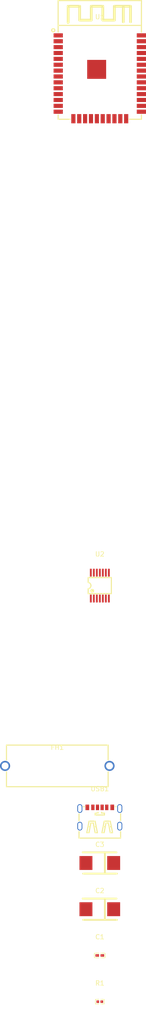
<source format=kicad_pcb>
(kicad_pcb (version 20241229) (generator "pcbnew") (generator_version "9.0")
  (layers (0 "F.Cu" signal) (2 "B.Cu" signal) (13 "F.Paste" user) (15 "B.Paste" user) (5 "F.SilkS" user "F.Silkscreen") (7 "B.SilkS" user "B.Silkscreen") (1 "F.Mask" user) (3 "B.Mask" user) (25 "Edge.Cuts" user))
  (net 0 "")
  (net 1 "IO23")
  (net 2 "IO21")
  (net 3 "SCS_CMD")
  (net 4 "IO32")
  (net 5 "IO27")
  (net 6 "IO12")
  (net 7 "IO22")
  (net 8 "IO19")
  (net 9 "RXD0")
  (net 10 "SDI_SD1")
  (net 11 "SHD_SD2")
  (net 12 "EN")
  (net 13 "TXD0")
  (net 14 "IO0")
  (net 15 "P4Y")
  (net 16 "IO26")
  (net 17 "IO25")
  (net 18 "IO5")
  (net 19 "IO2")
  (net 20 "SENSOR_VN")
  (net 21 "IO35")
  (net 22 "IO33")
  (net 23 "SENSOR_VP")
  (net 24 "IO14")
  (net 25 "IO17")
  (net 26 "P2Y")
  (net 27 "IO18")
  (net 28 "IO16")
  (net 29 "SDO_SD0")
  (net 30 "IO34")
  (net 31 "P3Y")
  (net 32 "esp32Controller.footprint.pins[25].net-net")
  (net 33 "SCK_CLK")
  (net 34 "IO13")
  (net 35 "IO15")
  (net 36 "SWP_SD3")
  (net 37 "P1Y")
  (net 38 "levelShifter_P1Y_Resistor-net")
  (net 39 "P1A")
  (net 40 "P3V3")
  (net 41 "VDD")
  (net 42 "EH")
  (net 43 "B5")
  (net 44 "CC1")
  (net 45 "VCC")
  (net 46 "gnd")
  (footprint "Samsung_Electro_Mechanics_CL05B104KO5NNNC:C0402" (layer "F.Cu") (at 99 172.5)
    (property "Reference" "C1" (at 0 -4 0) (layer "F.SilkS"))
    (property "Value" "100nF ±10% 16V X7R" (hide yes))
    (fp_line (start -1.17 0.35) (end -1.17 -0.35) (stroke (width 0.15)) (layer "F.SilkS"))
    (fp_line (start -1.02 -0.5) (end -0.23 -0.5) (stroke (width 0.15)) (layer "F.SilkS"))
    (fp_line (start -0.23 0.5) (end -1.02 0.5) (stroke (width 0.15)) (layer "F.SilkS"))
    (fp_line (start 0.23 0.5) (end 1.02 0.5) (stroke (width 0.15)) (layer "F.SilkS"))
    (fp_line (start 1.02 -0.5) (end 0.23 -0.5) (stroke (width 0.15)) (layer "F.SilkS"))
    (fp_line (start 1.17 0.35) (end 1.17 -0.35) (stroke (width 0.15)) (layer "F.SilkS"))
    (fp_arc (start -1.17 -0.35) (mid -1.126066 -0.456066) (end -1.02 -0.5) (stroke (width 0.15)) (layer "F.SilkS"))
    (fp_arc (start -1.02 0.5) (mid -1.126066 0.456066) (end -1.17 0.35) (stroke (width 0.15)) (layer "F.SilkS"))
    (fp_arc (start 1.02 -0.5) (mid 1.126066 -0.456066) (end 1.17 -0.35) (stroke (width 0.15)) (layer "F.SilkS"))
    (fp_arc (start 1.17 0.35) (mid 1.126066 0.456066) (end 1.02 0.5) (stroke (width 0.15)) (layer "F.SilkS"))
    (fp_text user "${REFERENCE}" (at 0 -4 0) (layer "F.SilkS"))
    (pad "1" smd rect (at -0.55 0) (size 0.79 0.54) (layers "F.Cu" "F.Mask" "F.Paste") (net 46 "gnd"))
    (pad "2" smd rect (at 0.55 0) (size 0.79 0.54) (layers "F.Cu" "F.Mask" "F.Paste") (net 45 "VCC"))
  )
  (footprint "AVX_TAJD477K006RNJ:CASE-D_7343" (layer "F.Cu") (at 99 152.5)
    (property "Reference" "C3" (at 0 -4 0) (layer "F.SilkS"))
    (property "Value" "470µF ±10%")
    (fp_line (start -3.7 -2.3) (end 3.6 -2.3) (stroke (width 0.4)) (layer "F.SilkS"))
    (fp_line (start 1.1 2.3) (end 1.1 -2.3) (stroke (width 0.4)) (layer "F.SilkS"))
    (fp_line (start 3.7 2.3) (end -3.6 2.3) (stroke (width 0.4)) (layer "F.SilkS"))
    (fp_text user "${REFERENCE}" (at 0 -4 0) (layer "F.SilkS"))
    (pad "1" smd rect (at 3 0 180) (size 2.8 3.01) (layers "F.Cu" "F.Mask" "F.Paste") (net 46 "gnd"))
    (pad "2" smd rect (at -3 0 180) (size 2.8 3.01) (layers "F.Cu" "F.Mask" "F.Paste") (net 41 "VDD"))
  )
  (footprint "XFCN_PTF_15:FUSE-TH_L22.0-W9.0-P22.60" (layer "F.Cu") (at 89.8 131.5)
    (property "Reference" "FH1" (at 0 -4 0) (layer "F.SilkS"))
    (property "Value" "")
    (fp_line (start -11 -4.5) (end 11 -4.5) (stroke (width 0.25)) (layer "F.SilkS"))
    (fp_line (start -11 -1.3) (end -11 -4.5) (stroke (width 0.25)) (layer "F.SilkS"))
    (fp_line (start -11 4.5) (end -11 1.3) (stroke (width 0.25)) (layer "F.SilkS"))
    (fp_line (start 11 -4.5) (end 11 -1.3) (stroke (width 0.25)) (layer "F.SilkS"))
    (fp_line (start 11 1.3) (end 11 4.5) (stroke (width 0.25)) (layer "F.SilkS"))
    (fp_line (start 11 4.5) (end -11 4.5) (stroke (width 0.25)) (layer "F.SilkS"))
    (fp_text user "${REFERENCE}" (at 0 -4 0) (layer "F.SilkS"))
    (pad "1" thru_hole circle (at -11.3 0) (size 2.2 2.2) (drill 1.500022) (layers "*.Cu" "*.Mask") (net 41 "VDD"))
    (pad "2" thru_hole circle (at 11.3 0) (size 2.2 2.2) (drill 1.500022) (layers "*.Cu" "*.Mask") (net 45 "VCC"))
  )
  (footprint "Espressif_Systems_ESP32_WROOM_32_N4:WIFIM-SMD_ESP32-WROOM-32-N4" (layer "F.Cu") (at 99 -17.5)
    (property "Reference" "U1" (at 0 -13.01 0) (layer "F.SilkS"))
    (property "Value" "")
    (fp_line (start -9.02 -16.54) (end 9.02 -16.54) (stroke (width 0.25)) (layer "F.SilkS"))
    (fp_line (start -9.02 -16.07) (end -9.02 -16.54) (stroke (width 0.25)) (layer "F.SilkS"))
    (fp_line (start -9.02 -16.07) (end -9.02 -9.69) (stroke (width 0.25)) (layer "F.SilkS"))
    (fp_line (start -9.02 -11.17) (end 9.01 -11.17) (stroke (width 0.25)) (layer "F.SilkS"))
    (fp_line (start -9.02 8.18) (end -9.02 9.13) (stroke (width 0.25)) (layer "F.SilkS"))
    (fp_line (start -9.02 9.13) (end -6.4 9.13) (stroke (width 0.25)) (layer "F.SilkS"))
    (fp_line (start -6.85 -15.31) (end -6.85 -11.81) (stroke (width 0.6)) (layer "F.SilkS"))
    (fp_line (start -4.36 -12.31) (end -4.36 -15.31) (stroke (width 0.6)) (layer "F.SilkS"))
    (fp_line (start -4.35 -15.31) (end -6.85 -15.31) (stroke (width 0.6)) (layer "F.SilkS"))
    (fp_line (start -1.85 -15.31) (end -1.85 -12.31) (stroke (width 0.6)) (layer "F.SilkS"))
    (fp_line (start -1.85 -12.31) (end -4.36 -12.31) (stroke (width 0.6)) (layer "F.SilkS"))
    (fp_line (start 0.65 -15.31) (end -1.85 -15.31) (stroke (width 0.6)) (layer "F.SilkS"))
    (fp_line (start 0.65 -12.31) (end 0.65 -15.31) (stroke (width 0.6)) (layer "F.SilkS"))
    (fp_line (start 3.15 -15.31) (end 3.15 -12.31) (stroke (width 0.6)) (layer "F.SilkS"))
    (fp_line (start 3.15 -12.31) (end 0.65 -12.31) (stroke (width 0.6)) (layer "F.SilkS"))
    (fp_line (start 5.08 -15.31) (end 5.08 -11.94) (stroke (width 0.6)) (layer "F.SilkS"))
    (fp_line (start 6.39 9.13) (end 9.01 9.13) (stroke (width 0.25)) (layer "F.SilkS"))
    (fp_line (start 6.65 -15.31) (end 3.15 -15.31) (stroke (width 0.6)) (layer "F.SilkS"))
    (fp_line (start 6.65 -11.94) (end 6.65 -15.31) (stroke (width 0.6)) (layer "F.SilkS"))
    (fp_line (start 9.01 -16.07) (end 9.01 -9.69) (stroke (width 0.25)) (layer "F.SilkS"))
    (fp_line (start 9.01 9.13) (end 9.01 8.18) (stroke (width 0.25)) (layer "F.SilkS"))
    (fp_line (start 9.02 -16.54) (end 9.02 -16.07) (stroke (width 0.25)) (layer "F.SilkS"))
    (fp_circle (center -10.07 -10.13) (end -9.73 -10.13) (stroke (width 0.25)) (fill no) (layer "F.SilkS"))
    (fp_text user "${REFERENCE}" (at 0 -13.01 0) (layer "F.SilkS"))
    (pad "1" smd rect (at -9 -9.01) (size 2 0.9) (layers "F.Cu" "F.Mask" "F.Paste") (net 46 "gnd"))
    (pad "2" smd rect (at -9 -7.74) (size 2 0.9) (layers "F.Cu" "F.Mask" "F.Paste") (net 40 "P3V3"))
    (pad "3" smd rect (at -9 -6.47) (size 2 0.9) (layers "F.Cu" "F.Mask" "F.Paste") (net 12 "EN"))
    (pad "4" smd rect (at -9 -5.2) (size 2 0.9) (layers "F.Cu" "F.Mask" "F.Paste") (net 23 "SENSOR_VP"))
    (pad "5" smd rect (at -9 -3.93) (size 2 0.9) (layers "F.Cu" "F.Mask" "F.Paste") (net 20 "SENSOR_VN"))
    (pad "6" smd rect (at -9 -2.66) (size 2 0.9) (layers "F.Cu" "F.Mask" "F.Paste") (net 30 "IO34"))
    (pad "7" smd rect (at -9 -1.39) (size 2 0.9) (layers "F.Cu" "F.Mask" "F.Paste") (net 21 "IO35"))
    (pad "8" smd rect (at -9 -0.12) (size 2 0.9) (layers "F.Cu" "F.Mask" "F.Paste") (net 4 "IO32"))
    (pad "9" smd rect (at -9 1.15) (size 2 0.9) (layers "F.Cu" "F.Mask" "F.Paste") (net 22 "IO33"))
    (pad "10" smd rect (at -9 2.42) (size 2 0.9) (layers "F.Cu" "F.Mask" "F.Paste") (net 17 "IO25"))
    (pad "11" smd rect (at -9 3.69) (size 2 0.9) (layers "F.Cu" "F.Mask" "F.Paste") (net 16 "IO26"))
    (pad "12" smd rect (at -9 4.96) (size 2 0.9) (layers "F.Cu" "F.Mask" "F.Paste") (net 5 "IO27"))
    (pad "13" smd rect (at -9 6.23) (size 2 0.9) (layers "F.Cu" "F.Mask" "F.Paste") (net 24 "IO14"))
    (pad "14" smd rect (at -9 7.5) (size 2 0.9) (layers "F.Cu" "F.Mask" "F.Paste") (net 6 "IO12"))
    (pad "15" smd rect (at -5.72 9.01 270) (size 2 0.9) (layers "F.Cu" "F.Mask" "F.Paste") (net 46 "gnd"))
    (pad "16" smd rect (at -4.45 9.01 270) (size 2 0.9) (layers "F.Cu" "F.Mask" "F.Paste") (net 34 "IO13"))
    (pad "17" smd rect (at -3.18 9.01 270) (size 2 0.9) (layers "F.Cu" "F.Mask" "F.Paste") (net 11 "SHD_SD2"))
    (pad "18" smd rect (at -1.91 9.01 270) (size 2 0.9) (layers "F.Cu" "F.Mask" "F.Paste") (net 36 "SWP_SD3"))
    (pad "19" smd rect (at -0.64 9.01 270) (size 2 0.9) (layers "F.Cu" "F.Mask" "F.Paste") (net 3 "SCS_CMD"))
    (pad "20" smd rect (at 0.63 9.01 270) (size 2 0.9) (layers "F.Cu" "F.Mask" "F.Paste") (net 33 "SCK_CLK"))
    (pad "21" smd rect (at 1.9 9.01 270) (size 2 0.9) (layers "F.Cu" "F.Mask" "F.Paste") (net 29 "SDO_SD0"))
    (pad "22" smd rect (at 3.17 9.01 270) (size 2 0.9) (layers "F.Cu" "F.Mask" "F.Paste") (net 10 "SDI_SD1"))
    (pad "23" smd rect (at 4.44 9.01 270) (size 2 0.9) (layers "F.Cu" "F.Mask" "F.Paste") (net 35 "IO15"))
    (pad "24" smd rect (at 5.71 9.01 270) (size 2 0.9) (layers "F.Cu" "F.Mask" "F.Paste") (net 19 "IO2"))
    (pad "25" smd rect (at 9 7.5) (size 2 0.9) (layers "F.Cu" "F.Mask" "F.Paste") (net 14 "IO0"))
    (pad "26" smd rect (at 9 6.23) (size 2 0.9) (layers "F.Cu" "F.Mask" "F.Paste") (net 39 "P1A"))
    (pad "27" smd rect (at 9 4.96) (size 2 0.9) (layers "F.Cu" "F.Mask" "F.Paste") (net 28 "IO16"))
    (pad "28" smd rect (at 9 3.69) (size 2 0.9) (layers "F.Cu" "F.Mask" "F.Paste") (net 25 "IO17"))
    (pad "29" smd rect (at 9 2.42) (size 2 0.9) (layers "F.Cu" "F.Mask" "F.Paste") (net 18 "IO5"))
    (pad "30" smd rect (at 9 1.15) (size 2 0.9) (layers "F.Cu" "F.Mask" "F.Paste") (net 27 "IO18"))
    (pad "31" smd rect (at 9 -0.12) (size 2 0.9) (layers "F.Cu" "F.Mask" "F.Paste") (net 8 "IO19"))
    (pad "32" smd rect (at 9 -1.39) (size 2 0.9) (layers "F.Cu" "F.Mask" "F.Paste") (net 32 "esp32Controller.footprint.pins[25].net-net"))
    (pad "33" smd rect (at 9 -2.66) (size 2 0.9) (layers "F.Cu" "F.Mask" "F.Paste") (net 2 "IO21"))
    (pad "34" smd rect (at 9 -3.93) (size 2 0.9) (layers "F.Cu" "F.Mask" "F.Paste") (net 9 "RXD0"))
    (pad "35" smd rect (at 9 -5.2) (size 2 0.9) (layers "F.Cu" "F.Mask" "F.Paste") (net 13 "TXD0"))
    (pad "36" smd rect (at 9 -6.47) (size 2 0.9) (layers "F.Cu" "F.Mask" "F.Paste") (net 7 "IO22"))
    (pad "37" smd rect (at 9 -7.74) (size 2 0.9) (layers "F.Cu" "F.Mask" "F.Paste") (net 1 "IO23"))
    (pad "38" smd rect (at 9 -9.01) (size 2 0.9) (layers "F.Cu" "F.Mask" "F.Paste") (net 46 "gnd"))
    (pad "39" smd rect (at -0.68 -1.66) (size 4.1 4.1) (layers "F.Cu" "F.Mask" "F.Paste") (net 46 "gnd"))
  )
  (footprint "Texas_Instruments_SN74AHCT125PWR:TSSOP-14_L5.0-W4.4-P0.65-LS6.4-BL" (layer "F.Cu") (at 99 92.5)
    (property "Reference" "U2" (at 0 -6.8 0) (layer "F.SilkS"))
    (property "Value" "")
    (fp_line (start -2.52 -1.74) (end 2.5 -1.74) (stroke (width 0.25)) (layer "F.SilkS"))
    (fp_line (start -2.52 -0.69) (end -2.52 -1.74) (stroke (width 0.25)) (layer "F.SilkS"))
    (fp_line (start -2.52 1.6) (end -2.52 0.68) (stroke (width 0.25)) (layer "F.SilkS"))
    (fp_line (start -2.52 1.74) (end 2.5 1.74) (stroke (width 0.25)) (layer "F.SilkS"))
    (fp_line (start 2.5 -1.74) (end 2.5 1.74) (stroke (width 0.25)) (layer "F.SilkS"))
    (fp_arc (start -2.515488 -0.679454) (mid -1.915314 0.002272) (end -2.52 0.68) (stroke (width 0.25)) (layer "F.SilkS"))
    (fp_circle (center -1.63 1.11) (end -1.43 1.11) (stroke (width 0.4)) (fill no) (layer "F.SilkS"))
    (fp_text user "${REFERENCE}" (at 0 -6.8 0) (layer "F.SilkS"))
    (pad "1" smd rect (at -1.95 2.8) (size 0.4 1.7) (layers "F.Cu" "F.Mask" "F.Paste") (net 46 "gnd"))
    (pad "2" smd rect (at -1.3 2.8) (size 0.4 1.7) (layers "F.Cu" "F.Mask" "F.Paste") (net 39 "P1A"))
    (pad "3" smd rect (at -0.65 2.8) (size 0.4 1.7) (layers "F.Cu" "F.Mask" "F.Paste") (net 37 "P1Y"))
    (pad "4" smd rect (at 0 2.8) (size 0.4 1.7) (layers "F.Cu" "F.Mask" "F.Paste") (net 46 "gnd"))
    (pad "5" smd rect (at 0.65 2.8) (size 0.4 1.7) (layers "F.Cu" "F.Mask" "F.Paste") (net 46 "gnd"))
    (pad "6" smd rect (at 1.3 2.8) (size 0.4 1.7) (layers "F.Cu" "F.Mask" "F.Paste") (net 26 "P2Y"))
    (pad "7" smd rect (at 1.95 2.8) (size 0.4 1.7) (layers "F.Cu" "F.Mask" "F.Paste") (net 46 "gnd"))
    (pad "8" smd rect (at 1.95 -2.8) (size 0.4 1.7) (layers "F.Cu" "F.Mask" "F.Paste") (net 31 "P3Y"))
    (pad "9" smd rect (at 1.3 -2.8) (size 0.4 1.7) (layers "F.Cu" "F.Mask" "F.Paste") (net 46 "gnd"))
    (pad "10" smd rect (at 0.65 -2.8) (size 0.4 1.7) (layers "F.Cu" "F.Mask" "F.Paste") (net 46 "gnd"))
    (pad "11" smd rect (at 0 -2.8) (size 0.4 1.7) (layers "F.Cu" "F.Mask" "F.Paste") (net 15 "P4Y"))
    (pad "12" smd rect (at -0.65 -2.8) (size 0.4 1.7) (layers "F.Cu" "F.Mask" "F.Paste") (net 46 "gnd"))
    (pad "13" smd rect (at -1.3 -2.8) (size 0.4 1.7) (layers "F.Cu" "F.Mask" "F.Paste") (net 46 "gnd"))
    (pad "14" smd rect (at -1.95 -2.8) (size 0.4 1.7) (layers "F.Cu" "F.Mask" "F.Paste") (net 45 "VCC"))
  )
  (footprint "UNI_ROYAL_0402WGF1000TCE:R0402" (layer "F.Cu") (at 99 182.5)
    (property "Reference" "R1" (at 0 -4 0) (layer "F.SilkS"))
    (property "Value" "100Ω ±1% 62.5mW")
    (fp_line (start -0.94 -0.5) (end -0.23 -0.5) (stroke (width 0.15)) (layer "F.SilkS"))
    (fp_line (start -0.94 0.5) (end -0.94 -0.5) (stroke (width 0.15)) (layer "F.SilkS"))
    (fp_line (start -0.23 0.5) (end -0.94 0.5) (stroke (width 0.15)) (layer "F.SilkS"))
    (fp_line (start 0.23 0.5) (end 0.94 0.5) (stroke (width 0.15)) (layer "F.SilkS"))
    (fp_line (start 0.94 -0.5) (end 0.23 -0.5) (stroke (width 0.15)) (layer "F.SilkS"))
    (fp_line (start 0.94 0.5) (end 0.94 -0.5) (stroke (width 0.15)) (layer "F.SilkS"))
    (fp_text user "${REFERENCE}" (at 0 -4 0) (layer "F.SilkS"))
    (pad "1" smd rect (at -0.43 0) (size 0.57 0.54) (layers "F.Cu" "F.Mask" "F.Paste") (net 37 "P1Y"))
    (pad "2" smd rect (at 0.43 0) (size 0.57 0.54) (layers "F.Cu" "F.Mask" "F.Paste") (net 38 "levelShifter_P1Y_Resistor-net"))
  )
  (footprint "SHOU_HAN_TYPE_C_6P:TYPE-C-SMD_TYPE-C-6P" (layer "F.Cu") (at 99 142.5)
    (property "Reference" "USB1" (at 0 -6.03 0) (layer "F.SilkS"))
    (property "Value" "")
    (fp_line (start -4.5 -0.58) (end -4.5 -0.62) (stroke (width 0.25)) (layer "F.SilkS"))
    (fp_line (start -4.5 -0.58) (end -4.5 0.86) (stroke (width 0.25)) (layer "F.SilkS"))
    (fp_line (start -4.5 3.2) (end -4.5 4.62) (stroke (width 0.25)) (layer "F.SilkS"))
    (fp_line (start -4.5 3.22) (end -4.5 3.2) (stroke (width 0.25)) (layer "F.SilkS"))
    (fp_line (start -4.5 4.62) (end 4.5 4.62) (stroke (width 0.25)) (layer "F.SilkS"))
    (fp_line (start -3.54 -2.18) (end -3.33 -2.18) (stroke (width 0.25)) (layer "F.SilkS"))
    (fp_line (start -2.82 3.45) (end -2.32 0.95) (stroke (width 0.25)) (layer "F.SilkS"))
    (fp_line (start -2.52 2.15) (end -2.12 2.15) (stroke (width 0.25)) (layer "F.SilkS"))
    (fp_line (start -2.34 3.45) (end -2.82 3.45) (stroke (width 0.25)) (layer "F.SilkS"))
    (fp_line (start -2.32 0.95) (end -1.02 0.95) (stroke (width 0.25)) (layer "F.SilkS"))
    (fp_line (start -1.94 1.35) (end -2.34 3.45) (stroke (width 0.25)) (layer "F.SilkS"))
    (fp_line (start -1.41 1.35) (end -1.94 1.35) (stroke (width 0.25)) (layer "F.SilkS"))
    (fp_line (start -1.22 2.15) (end -0.82 2.15) (stroke (width 0.25)) (layer "F.SilkS"))
    (fp_line (start -1.02 0.95) (end -0.52 3.45) (stroke (width 0.25)) (layer "F.SilkS"))
    (fp_line (start -1.01 -0.38) (end 1.01 -0.38) (stroke (width 0.25)) (layer "F.SilkS"))
    (fp_line (start -1.01 3.45) (end -1.41 1.35) (stroke (width 0.25)) (layer "F.SilkS"))
    (fp_line (start -1 -0.78) (end -0.4 -0.78) (stroke (width 0.25)) (layer "F.SilkS"))
    (fp_line (start -1 -0.38) (end -1 -0.78) (stroke (width 0.25)) (layer "F.SilkS"))
    (fp_line (start -0.52 3.45) (end -1.01 3.45) (stroke (width 0.25)) (layer "F.SilkS"))
    (fp_line (start -0.4 -0.78) (end -0.4 -0.98) (stroke (width 0.25)) (layer "F.SilkS"))
    (fp_line (start 0.4 -0.78) (end 0.4 -0.98) (stroke (width 0.25)) (layer "F.SilkS"))
    (fp_line (start 0.46 3.45) (end 0.96 0.95) (stroke (width 0.25)) (layer "F.SilkS"))
    (fp_line (start 0.76 2.15) (end 1.16 2.15) (stroke (width 0.25)) (layer "F.SilkS"))
    (fp_line (start 0.93 3.45) (end 0.46 3.45) (stroke (width 0.25)) (layer "F.SilkS"))
    (fp_line (start 0.96 0.95) (end 2.26 0.95) (stroke (width 0.25)) (layer "F.SilkS"))
    (fp_line (start 1 -0.78) (end 0.4 -0.78) (stroke (width 0.25)) (layer "F.SilkS"))
    (fp_line (start 1 -0.38) (end 1 -0.78) (stroke (width 0.25)) (layer "F.SilkS"))
    (fp_line (start 1.34 1.35) (end 0.93 3.45) (stroke (width 0.25)) (layer "F.SilkS"))
    (fp_line (start 1.86 1.35) (end 1.34 1.35) (stroke (width 0.25)) (layer "F.SilkS"))
    (fp_line (start 2.06 2.15) (end 2.46 2.15) (stroke (width 0.25)) (layer "F.SilkS"))
    (fp_line (start 2.26 0.95) (end 2.76 3.45) (stroke (width 0.25)) (layer "F.SilkS"))
    (fp_line (start 2.26 3.45) (end 1.86 1.35) (stroke (width 0.25)) (layer "F.SilkS"))
    (fp_line (start 2.76 3.45) (end 2.26 3.45) (stroke (width 0.25)) (layer "F.SilkS"))
    (fp_line (start 3.33 -2.18) (end 3.54 -2.18) (stroke (width 0.25)) (layer "F.SilkS"))
    (fp_line (start 4.5 0.82) (end 4.5 -0.63) (stroke (width 0.25)) (layer "F.SilkS"))
    (fp_line (start 4.5 4.62) (end 4.5 3.22) (stroke (width 0.25)) (layer "F.SilkS"))
    (fp_text user "${REFERENCE}" (at 0 -6.03 0) (layer "F.SilkS"))
    (pad "7" thru_hole oval (at -4.32 -1.78) (size 1.1 1.9) (drill oval 0.700024 1.500022) (layers "*.Cu" "*.Mask") (net 42 "EH"))
    (pad "7" thru_hole oval (at -4.32 2.03) (size 1.1 1.9) (drill oval 0.700024 1.500022) (layers "*.Cu" "*.Mask") (net 42 "EH"))
    (pad "7" thru_hole oval (at 4.32 -1.78) (size 1.1 1.9) (drill oval 0.700024 1.500022) (layers "*.Cu" "*.Mask") (net 42 "EH"))
    (pad "7" thru_hole oval (at 4.32 2.03) (size 1.1 1.9) (drill oval 0.700024 1.500022) (layers "*.Cu" "*.Mask") (net 42 "EH"))
    (pad "A5" smd rect (at -0.5 -2.03) (size 0.7 1.2) (layers "F.Cu" "F.Mask" "F.Paste") (net 44 "CC1"))
    (pad "A9" smd rect (at 1.5 -2.03) (size 0.7 1.2) (layers "F.Cu" "F.Mask" "F.Paste") (net 41 "VDD"))
    (pad "A12" smd rect (at 2.7 -2.03) (size 0.8 1.2) (layers "F.Cu" "F.Mask" "F.Paste") (net 46 "gnd"))
    (pad "B5" smd rect (at 0.5 -2.03) (size 0.7 1.2) (layers "F.Cu" "F.Mask" "F.Paste") (net 43 "B5"))
    (pad "B9" smd rect (at -1.5 -2.03) (size 0.7 1.2) (layers "F.Cu" "F.Mask" "F.Paste") (net 41 "VDD"))
    (pad "B12" smd rect (at -2.7 -2.03) (size 0.8 1.2) (layers "F.Cu" "F.Mask" "F.Paste") (net 46 "gnd"))
  )
  (footprint "AVX_TAJD477K006RNJ:CASE-D_7343" (layer "F.Cu") (at 99 162.5)
    (property "Reference" "C2" (at 0 -4 0) (layer "F.SilkS"))
    (property "Value" "470µF ±10%")
    (fp_line (start -3.7 -2.3) (end 3.6 -2.3) (stroke (width 0.4)) (layer "F.SilkS"))
    (fp_line (start 1.1 2.3) (end 1.1 -2.3) (stroke (width 0.4)) (layer "F.SilkS"))
    (fp_line (start 3.7 2.3) (end -3.6 2.3) (stroke (width 0.4)) (layer "F.SilkS"))
    (fp_text user "${REFERENCE}" (at 0 -4 0) (layer "F.SilkS"))
    (pad "1" smd rect (at 3 0 180) (size 2.8 3.01) (layers "F.Cu" "F.Mask" "F.Paste") (net 46 "gnd"))
    (pad "2" smd rect (at -3 0 180) (size 2.8 3.01) (layers "F.Cu" "F.Mask" "F.Paste") (net 40 "P3V3"))
  )
)
</source>
